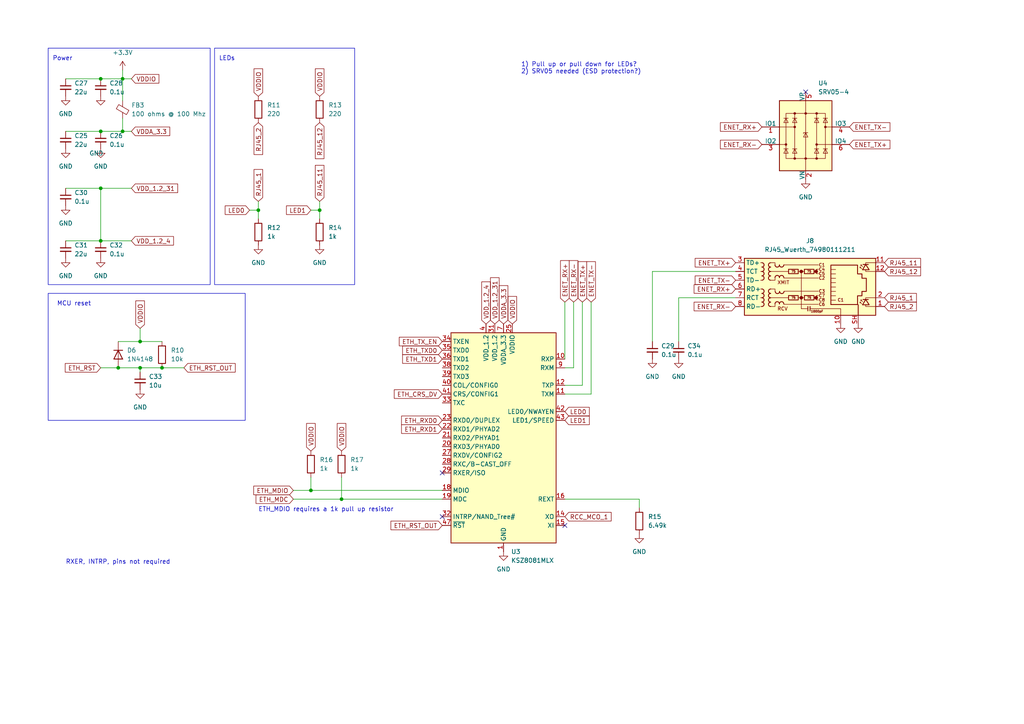
<source format=kicad_sch>
(kicad_sch (version 20230121) (generator eeschema)
  (paper "A4")
  (lib_symbols
    (symbol "2024-02-17_20-32-57:KSZ8721B" (pin_names (offset 0.254))
      (property "Reference" "U" (at 38.1 10.16 0))
      (property "Value" "KSZ8721B" (at 38.1 7.62 0))
      (symbol "KSZ8721B_0_1"
        (polyline (pts (xy 7.62 -63.5) (xy 68.58 -63.5)) (stroke (width 0.127)))
        (polyline (pts (xy 7.62 5.08) (xy 7.62 -63.5)) (stroke (width 0.127)))
        (polyline (pts (xy 68.58 -63.5) (xy 68.58 5.08)) (stroke (width 0.127)))
        (polyline (pts (xy 68.58 5.08) (xy 7.62 5.08)) (stroke (width 0.127)))
        (pin bidirectional line (at 0 0 0) (length 7.62) (name "MDIO") (number "1"))
        (pin output line (at 0 -22.86 0) (length 7.62) (name "RXC") (number "10"))
        (pin bidirectional line (at 0 -25.4 0) (length 7.62) (name "RXER/ISO") (number "11"))
        (pin power_in line (at 0 -27.94 0) (length 7.62) (name "GND") (number "12"))
        (pin power_in line (at 0 -30.48 0) (length 7.62) (name "VDDC") (number "13"))
        (pin input line (at 0 -33.02 0) (length 7.62) (name "TXER") (number "14"))
        (pin bidirectional line (at 0 -35.56 0) (length 7.62) (name "TXC/REF_CLK") (number "15"))
        (pin input line (at 0 -38.1 0) (length 7.62) (name "TXEN") (number "16"))
        (pin input line (at 0 -40.64 0) (length 7.62) (name "TXD0") (number "17"))
        (pin input line (at 0 -43.18 0) (length 7.62) (name "TXD1") (number "18"))
        (pin input line (at 0 -45.72 0) (length 7.62) (name "TXD2") (number "19"))
        (pin input line (at 0 -2.54 0) (length 7.62) (name "MDC") (number "2"))
        (pin input line (at 0 -48.26 0) (length 7.62) (name "TXD3") (number "20"))
        (pin bidirectional line (at 0 -50.8 0) (length 7.62) (name "COL/RMII") (number "21"))
        (pin bidirectional line (at 0 -53.34 0) (length 7.62) (name "CRS/RMII_BTB") (number "22"))
        (pin power_in line (at 0 -55.88 0) (length 7.62) (name "GND") (number "23"))
        (pin power_in line (at 0 -58.42 0) (length 7.62) (name "VDDIO") (number "24"))
        (pin bidirectional line (at 76.2 -58.42 180) (length 7.62) (name "*INT/PHYAD0") (number "25"))
        (pin bidirectional line (at 76.2 -55.88 180) (length 7.62) (name "LED0/TEST") (number "26"))
        (pin bidirectional line (at 76.2 -53.34 180) (length 7.62) (name "LED1/SPD100") (number "27"))
        (pin bidirectional line (at 76.2 -50.8 180) (length 7.62) (name "LED2/DUPLEX") (number "28"))
        (pin bidirectional line (at 76.2 -48.26 180) (length 7.62) (name "LED3/NWAYEN") (number "29"))
        (pin bidirectional line (at 0 -5.08 0) (length 7.62) (name "R3D3/PHYAD1") (number "3"))
        (pin input line (at 76.2 -45.72 180) (length 7.62) (name "*PD") (number "30"))
        (pin power_in line (at 76.2 -43.18 180) (length 7.62) (name "VDDRX") (number "31"))
        (pin input line (at 76.2 -40.64 180) (length 7.62) (name "RX-") (number "32"))
        (pin input line (at 76.2 -38.1 180) (length 7.62) (name "RX+") (number "33"))
        (pin bidirectional line (at 76.2 -35.56 180) (length 7.62) (name "FXSD/FXEN") (number "34"))
        (pin power_in line (at 76.2 -33.02 180) (length 7.62) (name "GND") (number "35"))
        (pin power_in line (at 76.2 -30.48 180) (length 7.62) (name "GND") (number "36"))
        (pin input line (at 76.2 -27.94 180) (length 7.62) (name "REXT") (number "37"))
        (pin power_in line (at 76.2 -25.4 180) (length 7.62) (name "VDDRCV") (number "38"))
        (pin power_in line (at 76.2 -22.86 180) (length 7.62) (name "GND") (number "39"))
        (pin bidirectional line (at 0 -7.62 0) (length 7.62) (name "RXD2/PHYAD2") (number "4"))
        (pin output line (at 76.2 -20.32 180) (length 7.62) (name "TX-") (number "40"))
        (pin output line (at 76.2 -17.78 180) (length 7.62) (name "TX+") (number "41"))
        (pin power_in line (at 76.2 -15.24 180) (length 7.62) (name "VDDTX") (number "42"))
        (pin power_in line (at 76.2 -12.7 180) (length 7.62) (name "GND") (number "43"))
        (pin power_in line (at 76.2 -10.16 180) (length 7.62) (name "GND") (number "44"))
        (pin output line (at 76.2 -7.62 180) (length 7.62) (name "XO") (number "45"))
        (pin input line (at 76.2 -5.08 180) (length 7.62) (name "XI") (number "46"))
        (pin power_in line (at 76.2 -2.54 180) (length 7.62) (name "VDDPLL") (number "47"))
        (pin input line (at 76.2 0 180) (length 7.62) (name "*RST") (number "48"))
        (pin bidirectional line (at 0 -10.16 0) (length 7.62) (name "RXD1/PHYAD3") (number "5"))
        (pin bidirectional line (at 0 -12.7 0) (length 7.62) (name "RXD0/PHYAD4") (number "6"))
        (pin power_in line (at 0 -15.24 0) (length 7.62) (name "VDDIO") (number "7"))
        (pin power_in line (at 0 -17.78 0) (length 7.62) (name "GND") (number "8"))
        (pin bidirectional line (at 0 -20.32 0) (length 7.62) (name "RXDV/PCS_LPBK") (number "9"))
      )
    )
    (symbol "Connector:RJ45_Wuerth_74980111211"
      (property "Reference" "J" (at 19.05 10.16 0))
      (property "Value" "RJ45_Wuerth_74980111211" (at -6.35 10.16 0))
      (symbol "RJ45_Wuerth_74980111211_0_0"
        (circle (center -1.27 -2.54) (radius 0.0001) (stroke (width 0.508)))
        (circle (center -1.27 5.08) (radius 0.0001) (stroke (width 0.508)))
        (polyline (pts (xy -1.27 5.08) (xy -1.27 -5.715)))
        (polyline (pts (xy 0.635 -5.08) (xy 0.635 -6.35)) (stroke (width 0.254)))
        (polyline (pts (xy 1.27 -5.08) (xy 1.27 -6.35)) (stroke (width 0.254)))
        (polyline (pts (xy 3.048 -2.54) (xy 2.54 -2.54)))
        (polyline (pts (xy 3.048 5.08) (xy 2.54 5.08)))
        (polyline (pts (xy 17.399 -3.175) (xy 17.399 -2.54) (xy 20.32 -2.54)))
        (polyline (pts (xy 17.399 6.985) (xy 17.399 7.62) (xy 20.32 7.62)))
        (polyline (pts (xy 20.32 -5.08) (xy 17.399 -5.08) (xy 17.399 -4.572)))
        (polyline (pts (xy 20.32 5.08) (xy 17.399 5.08) (xy 17.399 5.588)))
        (polyline (pts (xy 3.683 -1.905) (xy 3.048 -1.905) (xy 3.048 -3.175) (xy 3.683 -3.175)))
        (polyline (pts (xy 3.683 5.715) (xy 3.048 5.715) (xy 3.048 4.445) (xy 3.683 4.445)))
        (circle (center 3.048 -2.54) (radius 0.0001) (stroke (width 0.508)))
        (circle (center 3.048 5.08) (radius 0.0001) (stroke (width 0.508)))
        (text "C1" (at 4.699 6.985 0) (effects (font (size 0.889 0.889))))
        (text "C1" (at 10.16 -3.175 0) (effects (font (size 0.889 0.889))))
        (text "C2" (at 4.699 3.175 0) (effects (font (size 0.889 0.889))))
        (text "C3" (at 4.699 -0.635 0) (effects (font (size 0.889 0.889))))
        (text "C4" (at 4.699 5.715 0) (effects (font (size 0.889 0.889))))
        (text "C5" (at 4.699 4.445 0) (effects (font (size 0.889 0.889))))
        (text "C6" (at 4.699 -4.445 0) (effects (font (size 0.889 0.889))))
        (text "C7" (at 4.699 -1.905 0) (effects (font (size 0.889 0.889))))
        (text "C8" (at 4.699 -3.175 0) (effects (font (size 0.889 0.889))))
        (text "RCV" (at -8.255 -5.715 0) (effects (font (size 1.016 1.016)) (justify left)))
        (text "XMIT" (at -8.255 1.905 0) (effects (font (size 1.016 1.016)) (justify left)))
      )
      (symbol "RJ45_Wuerth_74980111211_0_1"
        (rectangle (start -17.78 8.89) (end 20.32 -7.62) (stroke (width 0.254)) (fill (type background)))
        (polyline (pts (xy -12.7 -5.08) (xy -13.081 -5.08)))
        (polyline (pts (xy -12.7 -2.54) (xy -13.081 -2.54)))
        (polyline (pts (xy -12.7 0) (xy -13.081 0)))
        (polyline (pts (xy -12.7 2.54) (xy -13.081 2.54)))
        (polyline (pts (xy -12.7 5.08) (xy -13.081 5.08)))
        (polyline (pts (xy -12.7 7.62) (xy -13.081 7.62)))
        (polyline (pts (xy -6.35 -4.445) (xy 3.683 -4.445)))
        (polyline (pts (xy -6.35 3.175) (xy 3.683 3.175)))
        (polyline (pts (xy -6.35 6.985) (xy 3.683 6.985)))
        (polyline (pts (xy -6.223 -0.635) (xy 3.683 -0.635)))
        (polyline (pts (xy -5.08 -2.54) (xy -10.16 -2.54)))
        (polyline (pts (xy -4.953 5.08) (xy -10.16 5.08)))
        (polyline (pts (xy -2.159 -2.54) (xy -0.381 -2.54)))
        (polyline (pts (xy -2.159 5.08) (xy -0.381 5.08)))
        (polyline (pts (xy 0.635 -5.715) (xy -1.27 -5.715)))
        (polyline (pts (xy 7.4295 -1.9685) (xy 8.6995 -1.9685)))
        (polyline (pts (xy 7.4295 -0.6985) (xy 8.6995 -0.6985)))
        (polyline (pts (xy 7.4295 0.5715) (xy 8.6995 0.5715)))
        (polyline (pts (xy 7.4295 1.8415) (xy 8.6995 1.8415)))
        (polyline (pts (xy 7.4295 3.1115) (xy 8.6995 3.1115)))
        (polyline (pts (xy 8.6995 -3.2385) (xy 7.4295 -3.2385)))
        (polyline (pts (xy 8.6995 4.3815) (xy 7.4295 4.3815)))
        (polyline (pts (xy 8.6995 5.6515) (xy 7.4295 5.6515)))
        (polyline (pts (xy 10.16 -5.715) (xy 1.27 -5.715)))
        (polyline (pts (xy 10.16 -5.715) (xy 10.16 -7.62)))
        (polyline (pts (xy -10.16 0) (xy -8.89 0) (xy -8.89 -0.635)))
        (polyline (pts (xy -10.16 7.62) (xy -8.89 7.62) (xy -8.89 6.985)))
        (polyline (pts (xy -8.89 -4.445) (xy -8.89 -5.08) (xy -10.16 -5.08)))
        (polyline (pts (xy -8.89 3.175) (xy -8.89 2.54) (xy -10.16 2.54)))
      )
      (symbol "RJ45_Wuerth_74980111211_1_0"
        (text "1000pF" (at 3.302 -6.477 0) (effects (font (size 0.635 0.635))))
      )
      (symbol "RJ45_Wuerth_74980111211_1_1"
        (arc (start -12.7 -1.27) (mid -12.0677 -0.635) (end -12.7 0) (stroke (width 0.254)))
        (arc (start -12.6973 -5.08) (mid -12.065 -4.445) (end -12.6973 -3.81) (stroke (width 0.254)))
        (arc (start -12.6973 -3.81) (mid -12.065 -3.175) (end -12.6973 -2.54) (stroke (width 0.254)))
        (arc (start -12.6973 -2.54) (mid -12.065 -1.905) (end -12.6973 -1.27) (stroke (width 0.254)))
        (arc (start -12.6973 6.35) (mid -12.065 6.985) (end -12.6973 7.62) (stroke (width 0.254)))
        (arc (start -12.6946 2.54) (mid -12.0623 3.175) (end -12.6946 3.81) (stroke (width 0.254)))
        (arc (start -12.6946 3.81) (mid -12.0623 4.445) (end -12.6946 5.08) (stroke (width 0.254)))
        (arc (start -12.6946 5.08) (mid -12.0623 5.715) (end -12.6946 6.35) (stroke (width 0.254)))
        (arc (start -10.1654 -2.54) (mid -10.7977 -3.175) (end -10.1654 -3.81) (stroke (width 0.254)))
        (arc (start -10.1654 -1.27) (mid -10.7977 -1.905) (end -10.1654 -2.54) (stroke (width 0.254)))
        (arc (start -10.1654 0) (mid -10.7977 -0.635) (end -10.1654 -1.27) (stroke (width 0.254)))
        (arc (start -10.1654 5.08) (mid -10.7977 4.445) (end -10.1654 3.81) (stroke (width 0.254)))
        (arc (start -10.1654 6.35) (mid -10.7977 5.715) (end -10.1654 5.08) (stroke (width 0.254)))
        (arc (start -10.1654 7.62) (mid -10.7977 6.985) (end -10.1654 6.35) (stroke (width 0.254)))
        (arc (start -10.1627 -3.81) (mid -10.795 -4.445) (end -10.1627 -5.08) (stroke (width 0.254)))
        (arc (start -10.1627 3.81) (mid -10.795 3.175) (end -10.1627 2.54) (stroke (width 0.254)))
        (arc (start -8.89 6.9823) (mid -8.255 6.35) (end -7.62 6.9823) (stroke (width 0.254)))
        (arc (start -8.8265 -0.7012) (mid -8.1915 -1.3335) (end -7.5565 -0.7012) (stroke (width 0.254)))
        (arc (start -7.62 -4.3153) (mid -8.255 -3.683) (end -8.89 -4.3153) (stroke (width 0.254)))
        (arc (start -7.62 3.3047) (mid -8.255 3.937) (end -8.89 3.3047) (stroke (width 0.254)))
        (arc (start -7.62 6.985) (mid -6.985 6.3527) (end -6.35 6.985) (stroke (width 0.254)))
        (arc (start -7.5565 -0.6985) (mid -6.9215 -1.3308) (end -6.2865 -0.6985) (stroke (width 0.254)))
        (arc (start -6.35 -4.3126) (mid -6.985 -3.6803) (end -7.62 -4.3126) (stroke (width 0.254)))
        (arc (start -6.35 3.3074) (mid -6.985 3.9397) (end -7.62 3.3074) (stroke (width 0.254)))
        (rectangle (start -4.953 -1.905) (end -2.159 -3.175) (stroke (width 0.254)))
        (rectangle (start -4.953 5.715) (end -2.159 4.445) (stroke (width 0.254)))
        (rectangle (start -0.381 -1.905) (end 2.413 -3.175) (stroke (width 0.254)))
        (rectangle (start -0.381 5.715) (end 2.413 4.445) (stroke (width 0.254)))
        (polyline (pts (xy 15.24 -7.62) (xy 15.24 -4.572)) (stroke (width 0.254)))
        (polyline (pts (xy 15.748 -3.81) (xy 15.748 -4.064)))
        (polyline (pts (xy 15.748 6.35) (xy 15.748 6.096)))
        (polyline (pts (xy 16.002 -3.175) (xy 16.002 -3.429)))
        (polyline (pts (xy 16.002 6.985) (xy 16.002 6.731)))
        (polyline (pts (xy 16.637 -3.048) (xy 18.161 -3.048)) (stroke (width 0.254)))
        (polyline (pts (xy 16.637 7.112) (xy 18.161 7.112)) (stroke (width 0.254)))
        (polyline (pts (xy 16.256 -4.318) (xy 15.748 -3.81) (xy 16.002 -3.81)))
        (polyline (pts (xy 16.256 5.842) (xy 15.748 6.35) (xy 16.002 6.35)))
        (polyline (pts (xy 16.51 -3.683) (xy 16.002 -3.175) (xy 16.256 -3.175)))
        (polyline (pts (xy 16.51 6.477) (xy 16.002 6.985) (xy 16.256 6.985)))
        (polyline (pts (xy 16.51 -4.572) (xy 18.415 -4.572) (xy 17.399 -3.048) (xy 16.51 -4.572)) (stroke (width 0.254)))
        (polyline (pts (xy 16.51 5.588) (xy 18.415 5.588) (xy 17.399 7.112) (xy 16.51 5.588)) (stroke (width 0.254)))
        (polyline (pts (xy 7.3025 -4.5085) (xy 7.3025 6.9215) (xy 15.0495 6.9215) (xy 15.0495 4.3815) (xy 16.3195 4.3815) (xy 16.3195 3.1115) (xy 17.5895 3.1115) (xy 17.5895 -0.6985) (xy 16.3195 -0.6985) (xy 16.3195 -1.9685) (xy 15.0495 -1.9685) (xy 15.0495 -4.5085) (xy 7.3025 -4.5085)) (stroke (width 0.254)))
        (text "75" (at -3.556 -2.54 0) (effects (font (size 0.635 0.635))))
        (text "75" (at -3.556 5.08 0) (effects (font (size 0.635 0.635))))
        (text "75" (at 1.016 -2.54 0) (effects (font (size 0.635 0.635))))
        (text "75" (at 1.016 5.08 0) (effects (font (size 0.635 0.635))))
        (pin passive line (at 22.86 -5.08 180) (length 2.54) (name "") (number "1"))
        (pin power_in line (at 10.16 -10.16 90) (length 2.54) (name "") (number "10"))
        (pin passive line (at 22.86 7.62 180) (length 2.54) (name "") (number "11"))
        (pin passive line (at 22.86 5.08 180) (length 2.54) (name "") (number "12"))
        (pin passive line (at 22.86 -2.54 180) (length 2.54) (name "") (number "2"))
        (pin passive line (at -20.32 7.62 0) (length 2.54) (name "TD+") (number "3"))
        (pin passive line (at -20.32 5.08 0) (length 2.54) (name "TCT") (number "4"))
        (pin passive line (at -20.32 2.54 0) (length 2.54) (name "TD-") (number "5"))
        (pin passive line (at -20.32 0 0) (length 2.54) (name "RD+") (number "6"))
        (pin passive line (at -20.32 -2.54 0) (length 2.54) (name "RCT") (number "7"))
        (pin passive line (at -20.32 -5.08 0) (length 2.54) (name "RD-") (number "8"))
        (pin no_connect line (at 20.32 0 0) (length 0) hide (name "NC") (number "9"))
        (pin passive line (at 15.24 -10.16 90) (length 2.54) (name "") (number "SH"))
      )
    )
    (symbol "Device:C_Small" (pin_numbers hide) (pin_names (offset 0.254) hide)
      (property "Reference" "C" (at 0.254 1.778 0))
      (property "Value" "C_Small" (at 0.254 -2.032 0))
      (symbol "C_Small_0_1"
        (polyline (pts (xy -1.524 -0.508) (xy 1.524 -0.508)) (stroke (width 0.3302)))
        (polyline (pts (xy -1.524 0.508) (xy 1.524 0.508)) (stroke (width 0.3048)))
      )
      (symbol "C_Small_1_1"
        (pin passive line (at 0 2.54 270) (length 2.032) (name "~") (number "1"))
        (pin passive line (at 0 -2.54 90) (length 2.032) (name "~") (number "2"))
      )
    )
    (symbol "Device:FerriteBead_Small" (pin_numbers hide) (pin_names (offset 0))
      (property "Reference" "FB" (at 1.905 1.27 0))
      (property "Value" "FerriteBead_Small" (at 1.905 -1.27 0))
      (symbol "FerriteBead_Small_0_1"
        (polyline (pts (xy 0 -1.27) (xy 0 -0.7874)))
        (polyline (pts (xy 0 0.889) (xy 0 1.2954)))
        (polyline (pts (xy -1.8288 0.2794) (xy -1.1176 1.4986) (xy 1.8288 -0.2032) (xy 1.1176 -1.4224) (xy -1.8288 0.2794)))
      )
      (symbol "FerriteBead_Small_1_1"
        (pin passive line (at 0 2.54 270) (length 1.27) (name "~") (number "1"))
        (pin passive line (at 0 -2.54 90) (length 1.27) (name "~") (number "2"))
      )
    )
    (symbol "Device:R" (pin_numbers hide) (pin_names (offset 0))
      (property "Reference" "R" (at 2.032 0 90))
      (property "Value" "R" (at 0 0 90))
      (symbol "R_0_1"
        (rectangle (start -1.016 -2.54) (end 1.016 2.54) (stroke (width 0.254)))
      )
      (symbol "R_1_1"
        (pin passive line (at 0 3.81 270) (length 1.27) (name "~") (number "1"))
        (pin passive line (at 0 -3.81 90) (length 1.27) (name "~") (number "2"))
      )
    )
    (symbol "Diode:1N4148" (pin_numbers hide) (pin_names hide)
      (property "Reference" "D" (at 0 2.54 0))
      (property "Value" "1N4148" (at 0 -2.54 0))
      (symbol "1N4148_0_1"
        (polyline (pts (xy -1.27 1.27) (xy -1.27 -1.27)) (stroke (width 0.254)))
        (polyline (pts (xy 1.27 0) (xy -1.27 0)))
        (polyline (pts (xy 1.27 1.27) (xy 1.27 -1.27) (xy -1.27 0) (xy 1.27 1.27)) (stroke (width 0.254)))
      )
      (symbol "1N4148_1_1"
        (pin passive line (at -3.81 0 0) (length 2.54) (name "K") (number "1"))
        (pin passive line (at 3.81 0 180) (length 2.54) (name "A") (number "2"))
      )
    )
    (symbol "Interface_Ethernet:KSZ8081MLX"
      (property "Reference" "U" (at 3.81 -33.02 0))
      (property "Value" "KSZ8081MLX" (at 15.24 -35.56 0))
      (symbol "KSZ8081MLX_1_1"
        (rectangle (start -15.24 30.48) (end 15.24 -30.48) (stroke (width 0.254)) (fill (type background)))
        (pin power_in line (at 0 -33.02 90) (length 2.54) (name "GND") (number "1"))
        (pin passive line (at 17.78 22.86 180) (length 2.54) (name "RXP") (number "10"))
        (pin passive line (at 17.78 12.7 180) (length 2.54) (name "TXM") (number "11"))
        (pin passive line (at 17.78 15.24 180) (length 2.54) (name "TXP") (number "12"))
        (pin passive line (at 0 -33.02 90) (length 2.54) hide (name "GND") (number "13"))
        (pin output line (at 17.78 -22.86 180) (length 2.54) (name "XO") (number "14"))
        (pin input line (at 17.78 -25.4 180) (length 2.54) (name "XI") (number "15"))
        (pin passive line (at 17.78 -17.78 180) (length 2.54) (name "REXT") (number "16"))
        (pin passive line (at 0 -33.02 90) (length 2.54) hide (name "GND") (number "17"))
        (pin bidirectional line (at -17.78 -15.24 0) (length 2.54) (name "MDIO") (number "18"))
        (pin input line (at -17.78 -17.78 0) (length 2.54) (name "MDC") (number "19"))
        (pin passive line (at 0 -33.02 90) (length 2.54) hide (name "GND") (number "2"))
        (pin output line (at -17.78 -2.54 0) (length 2.54) (name "RXD3/PHYAD0") (number "20"))
        (pin output line (at -17.78 0 0) (length 2.54) (name "RXD2/PHYAD1") (number "21"))
        (pin output line (at -17.78 2.54 0) (length 2.54) (name "RXD1/PHYAD2") (number "22"))
        (pin output line (at -17.78 5.08 0) (length 2.54) (name "RXD0/DUPLEX") (number "23"))
        (pin passive line (at 0 -33.02 90) (length 2.54) hide (name "GND") (number "24"))
        (pin power_in line (at 2.54 33.02 270) (length 2.54) (name "VDDIO") (number "25"))
        (pin no_connect line (at 15.24 -7.62 180) (length 2.54) hide (name "NC") (number "26"))
        (pin bidirectional line (at -17.78 -5.08 0) (length 2.54) (name "RXDV/CONFIG2") (number "27"))
        (pin bidirectional line (at -17.78 -7.62 0) (length 2.54) (name "RXC/B-CAST_OFF") (number "28"))
        (pin output line (at -17.78 -10.16 0) (length 2.54) (name "RXER/ISO") (number "29"))
        (pin passive line (at 0 -33.02 90) (length 2.54) hide (name "GND") (number "3"))
        (pin passive line (at 0 -33.02 90) (length 2.54) hide (name "GND") (number "30"))
        (pin power_in line (at -2.54 33.02 270) (length 2.54) (name "VDD_1.2") (number "31"))
        (pin bidirectional line (at -17.78 -22.86 0) (length 2.54) (name "INTRP/NAND_Tree#") (number "32"))
        (pin bidirectional line (at -17.78 10.16 0) (length 2.54) (name "TXC") (number "33"))
        (pin input line (at -17.78 27.94 0) (length 2.54) (name "TXEN") (number "34"))
        (pin input line (at -17.78 25.4 0) (length 2.54) (name "TXD0") (number "35"))
        (pin input line (at -17.78 22.86 0) (length 2.54) (name "TXD1") (number "36"))
        (pin passive line (at 0 -33.02 90) (length 2.54) hide (name "GND") (number "37"))
        (pin input line (at -17.78 20.32 0) (length 2.54) (name "TXD2") (number "38"))
        (pin input line (at -17.78 17.78 0) (length 2.54) (name "TXD3") (number "39"))
        (pin power_out line (at -5.08 33.02 270) (length 2.54) (name "VDD_1.2") (number "4"))
        (pin bidirectional line (at -17.78 15.24 0) (length 2.54) (name "COL/CONFIG0") (number "40"))
        (pin bidirectional line (at -17.78 12.7 0) (length 2.54) (name "CRS/CONFIG1") (number "41"))
        (pin bidirectional line (at 17.78 7.62 180) (length 2.54) (name "LED0/NWAYEN") (number "42"))
        (pin output line (at 17.78 5.08 180) (length 2.54) (name "LED1/SPEED") (number "43"))
        (pin no_connect line (at 15.24 -15.24 180) (length 2.54) hide (name "TEST/NC") (number "44"))
        (pin no_connect line (at 15.24 -10.16 180) (length 2.54) hide (name "NC") (number "45"))
        (pin no_connect line (at 15.24 -12.7 180) (length 2.54) hide (name "NC") (number "46"))
        (pin input line (at -17.78 -25.4 0) (length 2.54) (name "~{RST}") (number "47"))
        (pin no_connect line (at 15.24 0 180) (length 2.54) hide (name "NC") (number "5"))
        (pin no_connect line (at 15.24 -2.54 180) (length 2.54) hide (name "NC") (number "6"))
        (pin power_in line (at 0 33.02 270) (length 2.54) (name "VDDA_3.3") (number "7"))
        (pin no_connect line (at 15.24 -5.08 180) (length 2.54) hide (name "NC") (number "8"))
        (pin passive line (at 17.78 20.32 180) (length 2.54) (name "RXM") (number "9"))
      )
    )
    (symbol "Power_Protection:SRV05-4" (pin_names (offset 0))
      (property "Reference" "U" (at -5.08 11.43 0))
      (property "Value" "SRV05-4" (at 2.54 11.43 0))
      (symbol "SRV05-4_0_0"
        (rectangle (start -5.715 6.477) (end 5.715 -6.604))
        (polyline (pts (xy -3.175 -6.604) (xy -3.175 6.477)))
        (polyline (pts (xy 3.175 6.477) (xy 3.175 -6.604)))
      )
      (symbol "SRV05-4_0_1"
        (rectangle (start -7.62 10.16) (end 7.62 -10.16) (stroke (width 0.254)) (fill (type background)))
        (circle (center -5.715 -2.54) (radius 0.2794) (fill (type outline)))
        (circle (center -3.175 -6.604) (radius 0.2794) (fill (type outline)))
        (circle (center -3.175 2.54) (radius 0.2794) (fill (type outline)))
        (circle (center -3.175 6.477) (radius 0.2794) (fill (type outline)))
        (circle (center 0 -6.604) (radius 0.2794) (fill (type outline)))
        (polyline (pts (xy -7.747 2.54) (xy -3.175 2.54)))
        (polyline (pts (xy -7.62 -2.54) (xy -5.715 -2.54)))
        (polyline (pts (xy -5.08 -3.81) (xy -6.35 -3.81)))
        (polyline (pts (xy -5.08 5.08) (xy -6.35 5.08)))
        (polyline (pts (xy -2.54 -3.81) (xy -3.81 -3.81)))
        (polyline (pts (xy -2.54 5.08) (xy -3.81 5.08)))
        (polyline (pts (xy 0 10.16) (xy 0 -10.16)))
        (polyline (pts (xy 3.81 -3.81) (xy 2.54 -3.81)))
        (polyline (pts (xy 3.81 5.08) (xy 2.54 5.08)))
        (polyline (pts (xy 6.35 -3.81) (xy 5.08 -3.81)))
        (polyline (pts (xy 6.35 5.08) (xy 5.08 5.08)))
        (polyline (pts (xy 7.62 -2.54) (xy 3.175 -2.54)))
        (polyline (pts (xy 7.62 2.54) (xy 5.715 2.54)))
        (polyline (pts (xy 0.635 0.889) (xy -0.635 0.889) (xy -0.635 0.635)))
        (polyline (pts (xy -5.08 -5.08) (xy -6.35 -5.08) (xy -5.715 -3.81) (xy -5.08 -5.08)))
        (polyline (pts (xy -5.08 3.81) (xy -6.35 3.81) (xy -5.715 5.08) (xy -5.08 3.81)))
        (polyline (pts (xy -2.54 -5.08) (xy -3.81 -5.08) (xy -3.175 -3.81) (xy -2.54 -5.08)))
        (polyline (pts (xy -2.54 3.81) (xy -3.81 3.81) (xy -3.175 5.08) (xy -2.54 3.81)))
        (polyline (pts (xy 0.635 -0.381) (xy -0.635 -0.381) (xy 0 0.889) (xy 0.635 -0.381)))
        (polyline (pts (xy 3.81 -5.08) (xy 2.54 -5.08) (xy 3.175 -3.81) (xy 3.81 -5.08)))
        (polyline (pts (xy 3.81 3.81) (xy 2.54 3.81) (xy 3.175 5.08) (xy 3.81 3.81)))
        (polyline (pts (xy 6.35 -5.08) (xy 5.08 -5.08) (xy 5.715 -3.81) (xy 6.35 -5.08)))
        (polyline (pts (xy 6.35 3.81) (xy 5.08 3.81) (xy 5.715 5.08) (xy 6.35 3.81)))
        (circle (center 0 6.477) (radius 0.2794) (fill (type outline)))
        (circle (center 3.175 -6.604) (radius 0.2794) (fill (type outline)))
        (circle (center 3.175 -2.54) (radius 0.2794) (fill (type outline)))
        (circle (center 3.175 6.477) (radius 0.2794) (fill (type outline)))
        (circle (center 5.715 2.54) (radius 0.2794) (fill (type outline)))
      )
      (symbol "SRV05-4_1_1"
        (pin passive line (at -12.7 2.54 0) (length 5.08) (name "IO1") (number "1"))
        (pin passive line (at 0 -12.7 90) (length 2.54) (name "VN") (number "2"))
        (pin passive line (at -12.7 -2.54 0) (length 5.08) (name "IO2") (number "3"))
        (pin passive line (at 12.7 2.54 180) (length 5.08) (name "IO3") (number "4"))
        (pin passive line (at 0 12.7 270) (length 2.54) (name "VP") (number "5"))
        (pin passive line (at 12.7 -2.54 180) (length 5.08) (name "IO4") (number "6"))
      )
    )
    (symbol "power:+3.3V" (power) (pin_names (offset 0))
      (property "Value" "+3.3V" (at 0 3.556 0))
      (symbol "+3.3V_0_1"
        (polyline (pts (xy -0.762 1.27) (xy 0 2.54)))
        (polyline (pts (xy 0 0) (xy 0 2.54)))
        (polyline (pts (xy 0 2.54) (xy 0.762 1.27)))
      )
      (symbol "+3.3V_1_1"
        (pin power_in line (at 0 0 90) (length 0) hide (name "+3.3V") (number "1"))
      )
    )
    (symbol "power:GND" (power) (pin_names (offset 0))
      (property "Value" "GND" (at 0 -3.81 0))
      (symbol "GND_0_1"
        (polyline (pts (xy 0 0) (xy 0 -1.27) (xy 1.27 -1.27) (xy 0 -2.54) (xy -1.27 -1.27) (xy 0 -1.27)))
      )
      (symbol "GND_1_1"
        (pin power_in line (at 0 0 270) (length 0) hide (name "GND") (number "1"))
      )
    )
  )
  (junction (at 29.21 69.85))
  (junction (at 35.56 22.86))
  (junction (at 29.21 38.1))
  (junction (at 74.93 60.96))
  (junction (at 40.64 106.68))
  (junction (at 92.71 60.96))
  (junction (at 34.29 106.68))
  (junction (at 29.21 54.61))
  (junction (at 29.21 22.86))
  (junction (at 90.17 142.24))
  (junction (at 35.56 38.1))
  (junction (at 40.64 99.06))
  (junction (at 99.06 144.78))
  (junction (at 46.99 106.68))
  (no_connect (at 233.68 26.67))
  (no_connect (at 163.83 152.4))
  (no_connect (at 128.27 137.16))
  (no_connect (at 128.27 149.86))
  (wire (pts (xy 35.56 22.86) (xy 29.21 22.86)))
  (wire (pts (xy 163.83 106.68) (xy 166.37 106.68)))
  (wire (pts (xy 163.83 144.78) (xy 185.42 144.78)))
  (wire (pts (xy 40.64 99.06) (xy 46.99 99.06)))
  (wire (pts (xy 163.83 111.76) (xy 168.91 111.76)))
  (wire (pts (xy 185.42 144.78) (xy 185.42 147.32)))
  (wire (pts (xy 168.91 87.63) (xy 168.91 111.76)))
  (wire (pts (xy 99.06 144.78) (xy 128.27 144.78)))
  (wire (pts (xy 29.21 38.1) (xy 35.56 38.1)))
  (wire (pts (xy 90.17 138.43) (xy 90.17 142.24)))
  (wire (pts (xy 163.83 87.63) (xy 163.83 104.14)))
  (wire (pts (xy 46.99 106.68) (xy 53.34 106.68)))
  (wire (pts (xy 92.71 58.42) (xy 92.71 60.96)))
  (wire (pts (xy 19.05 54.61) (xy 29.21 54.61)))
  (wire (pts (xy 189.23 78.74) (xy 189.23 99.06)))
  (wire (pts (xy 213.36 86.36) (xy 196.85 86.36)))
  (wire (pts (xy 34.29 99.06) (xy 40.64 99.06)))
  (wire (pts (xy 171.45 114.3) (xy 163.83 114.3)))
  (wire (pts (xy 34.29 106.68) (xy 40.64 106.68)))
  (wire (pts (xy 29.21 54.61) (xy 29.21 69.85)))
  (wire (pts (xy 40.64 106.68) (xy 40.64 107.95)))
  (wire (pts (xy 40.64 95.25) (xy 40.64 99.06)))
  (wire (pts (xy 99.06 138.43) (xy 99.06 144.78)))
  (wire (pts (xy 85.09 144.78) (xy 99.06 144.78)))
  (wire (pts (xy 35.56 34.29) (xy 35.56 38.1)))
  (wire (pts (xy 85.09 142.24) (xy 90.17 142.24)))
  (wire (pts (xy 19.05 69.85) (xy 29.21 69.85)))
  (wire (pts (xy 74.93 58.42) (xy 74.93 60.96)))
  (wire (pts (xy 72.39 60.96) (xy 74.93 60.96)))
  (wire (pts (xy 19.05 22.86) (xy 29.21 22.86)))
  (wire (pts (xy 19.05 38.1) (xy 29.21 38.1)))
  (wire (pts (xy 29.21 69.85) (xy 38.1 69.85)))
  (wire (pts (xy 74.93 60.96) (xy 74.93 63.5)))
  (wire (pts (xy 213.36 78.74) (xy 189.23 78.74)))
  (wire (pts (xy 35.56 22.86) (xy 38.1 22.86)))
  (wire (pts (xy 171.45 87.63) (xy 171.45 114.3)))
  (wire (pts (xy 29.21 54.61) (xy 38.1 54.61)))
  (wire (pts (xy 166.37 87.63) (xy 166.37 106.68)))
  (wire (pts (xy 196.85 86.36) (xy 196.85 99.06)))
  (wire (pts (xy 92.71 60.96) (xy 92.71 63.5)))
  (wire (pts (xy 35.56 38.1) (xy 38.1 38.1)))
  (wire (pts (xy 35.56 22.86) (xy 35.56 20.32)))
  (wire (pts (xy 90.17 60.96) (xy 92.71 60.96)))
  (wire (pts (xy 90.17 142.24) (xy 128.27 142.24)))
  (wire (pts (xy 29.21 106.68) (xy 34.29 106.68)))
  (wire (pts (xy 35.56 29.21) (xy 35.56 22.86)))
  (wire (pts (xy 40.64 106.68) (xy 46.99 106.68)))
  (rectangle (start 13.97 13.97) (end 60.96 82.55))
  (rectangle (start 13.97 85.09) (end 71.12 121.92))
  (rectangle (start 62.23 13.97) (end 102.87 82.55))
  (text "ETH_MDIO requires a 1k pull up resistor" (at 74.93 148.59 0) (effects (font (size 1.27 1.27)) (justify left bottom)))
  (text "LEDs" (at 63.5 17.78 0) (effects (font (size 1.27 1.27)) (justify left bottom)))
  (text "RXER, INTRP, pins not required" (at 19.05 163.83 0) (effects (font (size 1.27 1.27)) (justify left bottom)))
  (text "Power" (at 15.24 17.78 0) (effects (font (size 1.27 1.27)) (justify left bottom)))
  (text "1) Pull up or pull down for LEDs?\n2) SRV05 needed (ESD protection?)" (at 151.13 21.59 0) (effects (font (size 1.27 1.27)) (justify left bottom)))
  (text "MCU reset" (at 16.51 88.9 0) (effects (font (size 1.27 1.27)) (justify left bottom)))
  (global_label "VDDIO" (shape input) (at 148.59 93.98 90) (property "Intersheetrefs" "${INTERSHEET_REFS}" (effects hide)))
  (global_label "RCC_MCO_1" (shape input) (at 163.83 149.86 0) (property "Intersheetrefs" "${INTERSHEET_REFS}" (effects hide)))
  (global_label "VDDIO" (shape input) (at 38.1 22.86 0) (property "Intersheetrefs" "${INTERSHEET_REFS}" (effects hide)))
  (global_label "ENET_TX-" (shape input) (at 246.38 36.83 0) (property "Intersheetrefs" "${INTERSHEET_REFS}" (effects hide)))
  (global_label "VDD_1.2_4" (shape input) (at 140.97 93.98 90) (property "Intersheetrefs" "${INTERSHEET_REFS}" (effects hide)))
  (global_label "ETH_RST_OUT" (shape input) (at 128.27 152.4 180) (property "Intersheetrefs" "${INTERSHEET_REFS}" (effects hide)))
  (global_label "ETH_MDC" (shape input) (at 85.09 144.78 180) (property "Intersheetrefs" "${INTERSHEET_REFS}" (effects hide)))
  (global_label "ETH_TXD0" (shape input) (at 128.27 101.6 180) (property "Intersheetrefs" "${INTERSHEET_REFS}" (effects hide)))
  (global_label "ENET_TX+" (shape input) (at 246.38 41.91 0) (property "Intersheetrefs" "${INTERSHEET_REFS}" (effects hide)))
  (global_label "ENET_TX+" (shape input) (at 213.36 76.2 180) (property "Intersheetrefs" "${INTERSHEET_REFS}" (effects hide)))
  (global_label "ENET_TX-" (shape input) (at 171.45 87.63 90) (property "Intersheetrefs" "${INTERSHEET_REFS}" (effects hide)))
  (global_label "ENET_RX-" (shape input) (at 220.98 41.91 180) (property "Intersheetrefs" "${INTERSHEET_REFS}" (effects hide)))
  (global_label "ETH_RST" (shape input) (at 29.21 106.68 180) (property "Intersheetrefs" "${INTERSHEET_REFS}" (effects hide)))
  (global_label "ETH_MDIO" (shape input) (at 85.09 142.24 180) (property "Intersheetrefs" "${INTERSHEET_REFS}" (effects hide)))
  (global_label "RJ45_2" (shape input) (at 74.93 35.56 270) (property "Intersheetrefs" "${INTERSHEET_REFS}" (effects hide)))
  (global_label "ETH_RXD1" (shape input) (at 128.27 124.46 180) (property "Intersheetrefs" "${INTERSHEET_REFS}" (effects hide)))
  (global_label "ETH_CRS_DV" (shape input) (at 128.27 114.3 180) (property "Intersheetrefs" "${INTERSHEET_REFS}" (effects hide)))
  (global_label "LED1" (shape input) (at 90.17 60.96 180) (property "Intersheetrefs" "${INTERSHEET_REFS}" (effects hide)))
  (global_label "ETH_RXD0" (shape input) (at 128.27 121.92 180) (property "Intersheetrefs" "${INTERSHEET_REFS}" (effects hide)))
  (global_label "VDDIO" (shape input) (at 74.93 27.94 90) (property "Intersheetrefs" "${INTERSHEET_REFS}" (effects hide)))
  (global_label "RJ45_11" (shape input) (at 256.54 76.2 0) (property "Intersheetrefs" "${INTERSHEET_REFS}" (effects hide)))
  (global_label "ENET_TX-" (shape input) (at 213.36 81.28 180) (property "Intersheetrefs" "${INTERSHEET_REFS}" (effects hide)))
  (global_label "ETH_TX_EN" (shape input) (at 128.27 99.06 180) (property "Intersheetrefs" "${INTERSHEET_REFS}" (effects hide)))
  (global_label "ENET_RX+" (shape input) (at 163.83 87.63 90) (property "Intersheetrefs" "${INTERSHEET_REFS}" (effects hide)))
  (global_label "VDDIO" (shape input) (at 92.71 27.94 90) (property "Intersheetrefs" "${INTERSHEET_REFS}" (effects hide)))
  (global_label "LED1" (shape input) (at 163.83 121.92 0) (property "Intersheetrefs" "${INTERSHEET_REFS}" (effects hide)))
  (global_label "RJ45_12" (shape input) (at 256.54 78.74 0) (property "Intersheetrefs" "${INTERSHEET_REFS}" (effects hide)))
  (global_label "VDDA_3.3" (shape input) (at 146.05 93.98 90) (property "Intersheetrefs" "${INTERSHEET_REFS}" (effects hide)))
  (global_label "LED0" (shape input) (at 163.83 119.38 0) (property "Intersheetrefs" "${INTERSHEET_REFS}" (effects hide)))
  (global_label "RJ45_2" (shape input) (at 256.54 88.9 0) (property "Intersheetrefs" "${INTERSHEET_REFS}" (effects hide)))
  (global_label "VDD_1.2_31" (shape input) (at 143.51 93.98 90) (property "Intersheetrefs" "${INTERSHEET_REFS}" (effects hide)))
  (global_label "ETH_RST_OUT" (shape input) (at 53.34 106.68 0) (property "Intersheetrefs" "${INTERSHEET_REFS}" (effects hide)))
  (global_label "ETH_TXD1" (shape input) (at 128.27 104.14 180) (property "Intersheetrefs" "${INTERSHEET_REFS}" (effects hide)))
  (global_label "RJ45_12" (shape input) (at 92.71 35.56 270) (property "Intersheetrefs" "${INTERSHEET_REFS}" (effects hide)))
  (global_label "VDDIO" (shape input) (at 40.64 95.25 90) (property "Intersheetrefs" "${INTERSHEET_REFS}" (effects hide)))
  (global_label "VDDIO" (shape input) (at 99.06 130.81 90) (property "Intersheetrefs" "${INTERSHEET_REFS}" (effects hide)))
  (global_label "VDDA_3.3" (shape input) (at 38.1 38.1 0) (property "Intersheetrefs" "${INTERSHEET_REFS}" (effects hide)))
  (global_label "VDD_1.2_31" (shape input) (at 38.1 54.61 0) (property "Intersheetrefs" "${INTERSHEET_REFS}" (effects hide)))
  (global_label "LED0" (shape input) (at 72.39 60.96 180) (property "Intersheetrefs" "${INTERSHEET_REFS}" (effects hide)))
  (global_label "VDD_1.2_4" (shape input) (at 38.1 69.85 0) (property "Intersheetrefs" "${INTERSHEET_REFS}" (effects hide)))
  (global_label "ENET_RX+" (shape input) (at 220.98 36.83 180) (property "Intersheetrefs" "${INTERSHEET_REFS}" (effects hide)))
  (global_label "RJ45_1" (shape input) (at 256.54 86.36 0) (property "Intersheetrefs" "${INTERSHEET_REFS}" (effects hide)))
  (global_label "RJ45_1" (shape input) (at 74.93 58.42 90) (property "Intersheetrefs" "${INTERSHEET_REFS}" (effects hide)))
  (global_label "RJ45_11" (shape input) (at 92.71 58.42 90) (property "Intersheetrefs" "${INTERSHEET_REFS}" (effects hide)))
  (global_label "ENET_TX+" (shape input) (at 168.91 87.63 90) (property "Intersheetrefs" "${INTERSHEET_REFS}" (effects hide)))
  (global_label "ENET_RX-" (shape input) (at 213.36 88.9 180) (property "Intersheetrefs" "${INTERSHEET_REFS}" (effects hide)))
  (global_label "ENET_RX+" (shape input) (at 213.36 83.82 180) (property "Intersheetrefs" "${INTERSHEET_REFS}" (effects hide)))
  (global_label "ENET_RX-" (shape input) (at 166.37 87.63 90) (property "Intersheetrefs" "${INTERSHEET_REFS}" (effects hide)))
  (global_label "VDDIO" (shape input) (at 90.17 130.81 90) (property "Intersheetrefs" "${INTERSHEET_REFS}" (effects hide)))
  (symbol (lib_id "2024-02-17_20-32-57:KSZ8721B") (at 106.68 228.6 0) (unit 1)
    (property "Reference" "U5" (at 144.78 218.44 0) (effects (font (size 1.524 1.524))))
    (property "Value" "KSZ8721B" (at 144.78 220.98 0) (effects (font (size 1.524 1.524))))
    (property "Footprint" "SSOP48_15P875X7P493_MCH" (effects hide))
    (property "Datasheet" "KSZ8721B" (effects hide))
  )
  (symbol (lib_id "power:GND") (at 40.64 113.03 0) (unit 1)
    (property "Reference" "#PWR038" (effects hide))
    (property "Value" "GND" (at 40.64 118.11 0))
  )
  (symbol (lib_id "power:GND") (at 92.71 71.12 0) (unit 1)
    (property "Reference" "#PWR040" (effects hide))
    (property "Value" "GND" (at 92.71 76.2 0))
  )
  (symbol (lib_id "power:GND") (at 29.21 74.93 0) (unit 1)
    (property "Reference" "#PWR036" (effects hide))
    (property "Value" "GND" (at 29.21 80.01 0))
  )
  (symbol (lib_id "Device:R") (at 92.71 31.75 0) (unit 1)
    (property "Reference" "R13" (at 95.25 30.48 0) (effects (justify left)))
    (property "Value" "220" (at 95.25 33.02 0) (effects (justify left)))
  )
  (symbol (lib_id "Device:R") (at 74.93 31.75 0) (unit 1)
    (property "Reference" "R11" (at 77.47 30.48 0) (effects (justify left)))
    (property "Value" "220" (at 77.47 33.02 0) (effects (justify left)))
  )
  (symbol (lib_id "power:GND") (at 185.42 154.94 0) (unit 1)
    (property "Reference" "#PWR045" (effects hide))
    (property "Value" "GND" (at 185.42 160.02 0))
  )
  (symbol (lib_id "Device:C_Small") (at 189.23 101.6 0) (unit 1)
    (property "Reference" "C29" (at 191.77 100.3363 0) (effects (justify left)))
    (property "Value" "0.1u" (at 191.77 102.8763 0) (effects (justify left)))
  )
  (symbol (lib_id "power:GND") (at 243.84 93.98 0) (unit 1)
    (property "Reference" "#PWR042" (effects hide))
    (property "Value" "GND" (at 243.84 99.06 0))
  )
  (symbol (lib_id "power:GND") (at 74.93 71.12 0) (unit 1)
    (property "Reference" "#PWR039" (effects hide))
    (property "Value" "GND" (at 74.93 76.2 0))
  )
  (symbol (lib_id "Device:R") (at 46.99 102.87 0) (unit 1)
    (property "Reference" "R10" (at 49.53 101.6 0) (effects (justify left)))
    (property "Value" "10k" (at 49.53 104.14 0) (effects (justify left)))
  )
  (symbol (lib_id "Connector:RJ45_Wuerth_74980111211") (at 233.68 83.82 0) (unit 1)
    (property "Reference" "J8" (at 234.95 69.85 0))
    (property "Value" "RJ45_Wuerth_74980111211" (at 234.95 72.39 0))
    (property "Footprint" "Connector_RJ:RJ45_Wuerth_74980111211_Horizontal" (effects hide))
    (property "Datasheet" "https://www.we-online.de/katalog/datasheet/74980111211.pdf" (effects hide))
  )
  (symbol (lib_id "Device:C_Small") (at 19.05 57.15 0) (unit 1)
    (property "Reference" "C30" (at 21.59 55.8863 0) (effects (justify left)))
    (property "Value" "0.1u" (at 21.59 58.4263 0) (effects (justify left)))
  )
  (symbol (lib_id "power:GND") (at 233.68 52.07 0) (unit 1)
    (property "Reference" "#PWR044" (effects hide))
    (property "Value" "GND" (at 233.68 57.15 0))
  )
  (symbol (lib_id "power:GND") (at 29.21 27.94 0) (unit 1)
    (property "Reference" "#PWR031" (effects hide))
    (property "Value" "GND" (at 27.94 44.45 0))
  )
  (symbol (lib_id "Device:C_Small") (at 19.05 40.64 0) (unit 1)
    (property "Reference" "C25" (at 21.59 39.3763 0) (effects (justify left)))
    (property "Value" "22u" (at 21.59 41.9163 0) (effects (justify left)))
  )
  (symbol (lib_id "Device:C_Small") (at 29.21 25.4 0) (unit 1)
    (property "Reference" "C28" (at 31.75 24.1363 0) (effects (justify left)))
    (property "Value" "0.1u" (at 31.75 26.6763 0) (effects (justify left)))
  )
  (symbol (lib_id "Interface_Ethernet:KSZ8081MLX") (at 146.05 127 0) (unit 1)
    (property "Reference" "U3" (at 148.2441 160.02 0) (effects (justify left)))
    (property "Value" "KSZ8081MLX" (at 148.2441 162.56 0) (effects (justify left)))
    (property "Footprint" "Package_QFP:LQFP-48_7x7mm_P0.5mm" (effects hide))
    (property "Datasheet" "http://ww1.microchip.com/downloads/en/DeviceDoc/KSZ8081MLX.pdf" (effects hide))
  )
  (symbol (lib_id "Device:C_Small") (at 29.21 40.64 0) (unit 1)
    (property "Reference" "C26" (at 31.75 39.3763 0) (effects (justify left)))
    (property "Value" "0.1u" (at 31.75 41.9163 0) (effects (justify left)))
  )
  (symbol (lib_id "Device:C_Small") (at 40.64 110.49 0) (unit 1)
    (property "Reference" "C33" (at 43.18 109.2263 0) (effects (justify left)))
    (property "Value" "10u" (at 43.18 111.7663 0) (effects (justify left)))
  )
  (symbol (lib_id "power:GND") (at 19.05 59.69 0) (unit 1)
    (property "Reference" "#PWR034" (effects hide))
    (property "Value" "GND" (at 19.05 64.77 0))
  )
  (symbol (lib_id "power:GND") (at 19.05 43.18 0) (unit 1)
    (property "Reference" "#PWR028" (effects hide))
    (property "Value" "GND" (at 19.05 48.26 0))
  )
  (symbol (lib_id "Device:R") (at 99.06 134.62 0) (unit 1)
    (property "Reference" "R17" (at 101.6 133.35 0) (effects (justify left)))
    (property "Value" "1k" (at 101.6 135.89 0) (effects (justify left)))
  )
  (symbol (lib_id "Device:R") (at 185.42 151.13 0) (unit 1)
    (property "Reference" "R15" (at 187.96 149.86 0) (effects (justify left)))
    (property "Value" "6.49k" (at 187.96 152.4 0) (effects (justify left)))
  )
  (symbol (lib_id "Device:FerriteBead_Small") (at 35.56 31.75 180) (unit 1)
    (property "Reference" "FB3" (at 38.1 30.5181 0) (effects (justify right)))
    (property "Value" "100 ohms @ 100 Mhz" (at 38.1 33.0581 0) (effects (justify right)))
  )
  (symbol (lib_id "Power_Protection:SRV05-4") (at 233.68 39.37 0) (unit 1)
    (property "Reference" "U4" (at 237.3061 24.13 0) (effects (justify left)))
    (property "Value" "SRV05-4" (at 237.3061 26.67 0) (effects (justify left)))
    (property "Footprint" "Package_TO_SOT_SMD:SOT-23-6" (effects hide))
    (property "Datasheet" "http://www.onsemi.com/pub/Collateral/SRV05-4-D.PDF" (effects hide))
  )
  (symbol (lib_id "power:GND") (at 29.21 43.18 0) (unit 1)
    (property "Reference" "#PWR029" (effects hide))
    (property "Value" "GND" (at 29.21 48.26 0))
  )
  (symbol (lib_id "Diode:1N4148") (at 34.29 102.87 270) (unit 1)
    (property "Reference" "D6" (at 36.83 101.6 90) (effects (justify left)))
    (property "Value" "1N4148" (at 36.83 104.14 90) (effects (justify left)))
    (property "Footprint" "Diode_THT:D_DO-35_SOD27_P7.62mm_Horizontal" (effects hide))
    (property "Datasheet" "https://assets.nexperia.com/documents/data-sheet/1N4148_1N4448.pdf" (effects hide))
    (property "Sim.Device" "D" (effects hide))
    (property "Sim.Pins" "1=K 2=A" (effects hide))
  )
  (symbol (lib_id "Device:C_Small") (at 19.05 25.4 0) (unit 1)
    (property "Reference" "C27" (at 21.59 24.1363 0) (effects (justify left)))
    (property "Value" "22u" (at 21.59 26.6763 0) (effects (justify left)))
  )
  (symbol (lib_id "Device:R") (at 74.93 67.31 0) (unit 1)
    (property "Reference" "R12" (at 77.47 66.04 0) (effects (justify left)))
    (property "Value" "1k" (at 77.47 68.58 0) (effects (justify left)))
  )
  (symbol (lib_id "power:GND") (at 19.05 27.94 0) (unit 1)
    (property "Reference" "#PWR030" (effects hide))
    (property "Value" "GND" (at 19.05 33.02 0))
  )
  (symbol (lib_id "power:GND") (at 19.05 74.93 0) (unit 1)
    (property "Reference" "#PWR035" (effects hide))
    (property "Value" "GND" (at 19.05 80.01 0))
  )
  (symbol (lib_id "Device:R") (at 92.71 67.31 0) (unit 1)
    (property "Reference" "R14" (at 95.25 66.04 0) (effects (justify left)))
    (property "Value" "1k" (at 95.25 68.58 0) (effects (justify left)))
  )
  (symbol (lib_id "power:GND") (at 146.05 160.02 0) (unit 1)
    (property "Reference" "#PWR037" (effects hide))
    (property "Value" "GND" (at 146.05 165.1 0))
  )
  (symbol (lib_id "power:GND") (at 248.92 93.98 0) (unit 1)
    (property "Reference" "#PWR043" (effects hide))
    (property "Value" "GND" (at 248.92 99.06 0))
  )
  (symbol (lib_id "power:GND") (at 196.85 104.14 0) (unit 1)
    (property "Reference" "#PWR041" (effects hide))
    (property "Value" "GND" (at 196.85 109.22 0))
  )
  (symbol (lib_id "Device:C_Small") (at 29.21 72.39 0) (unit 1)
    (property "Reference" "C32" (at 31.75 71.1263 0) (effects (justify left)))
    (property "Value" "0.1u" (at 31.75 73.6663 0) (effects (justify left)))
  )
  (symbol (lib_id "power:+3.3V") (at 35.56 20.32 0) (unit 1)
    (property "Reference" "#PWR032" (effects hide))
    (property "Value" "+3.3V" (at 35.56 15.24 0))
  )
  (symbol (lib_id "Device:R") (at 90.17 134.62 0) (unit 1)
    (property "Reference" "R16" (at 92.71 133.35 0) (effects (justify left)))
    (property "Value" "1k" (at 92.71 135.89 0) (effects (justify left)))
  )
  (symbol (lib_id "Device:C_Small") (at 196.85 101.6 0) (unit 1)
    (property "Reference" "C34" (at 199.39 100.3363 0) (effects (justify left)))
    (property "Value" "0.1u" (at 199.39 102.8763 0) (effects (justify left)))
  )
  (symbol (lib_id "power:GND") (at 189.23 104.14 0) (unit 1)
    (property "Reference" "#PWR033" (effects hide))
    (property "Value" "GND" (at 189.23 109.22 0))
  )
  (symbol (lib_id "Device:C_Small") (at 19.05 72.39 0) (unit 1)
    (property "Reference" "C31" (at 21.59 71.1263 0) (effects (justify left)))
    (property "Value" "22u" (at 21.59 73.6663 0) (effects (justify left)))
  )
)
</source>
